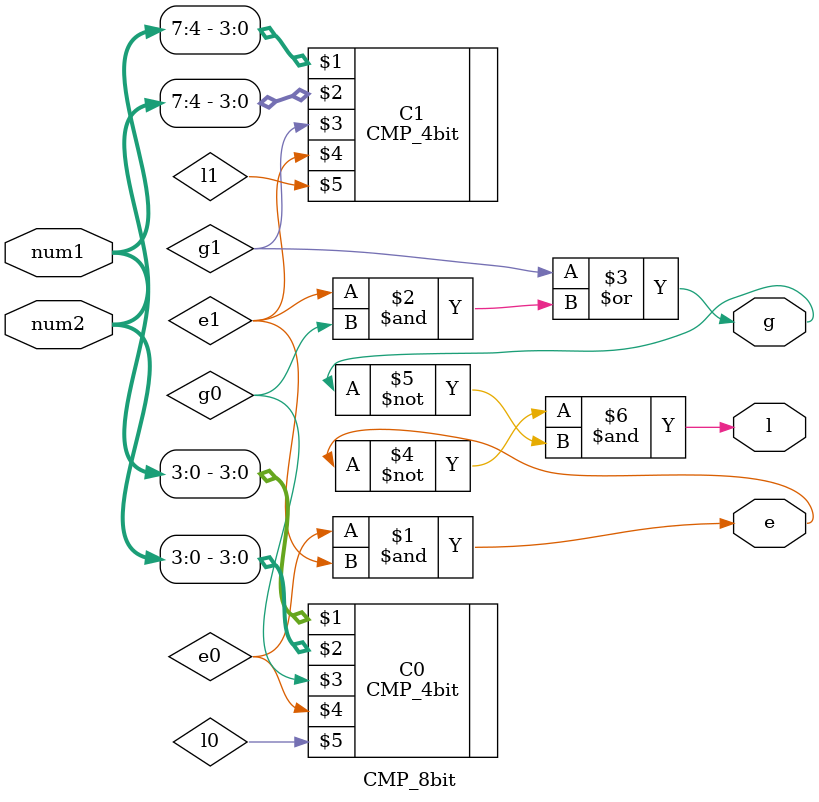
<source format=v>




module CMP_8bit #(
    parameter N = 8
) (
    input [N-1:0] num1,num2,
    output g,e,l
);


wire e0,e1,g0,g1,l0,l1;


CMP_4bit C0 (num1[N/2-1:0],num2[N/2-1:0],g0,e0,l0);
CMP_4bit C1 (num1[N-1:N/2],num2[N-1:N/2],g1,e1,l1);

assign e = e0 & e1;
assign g = g1 | (e1 & g0);
assign l = ~e & ~g; 

endmodule
</source>
